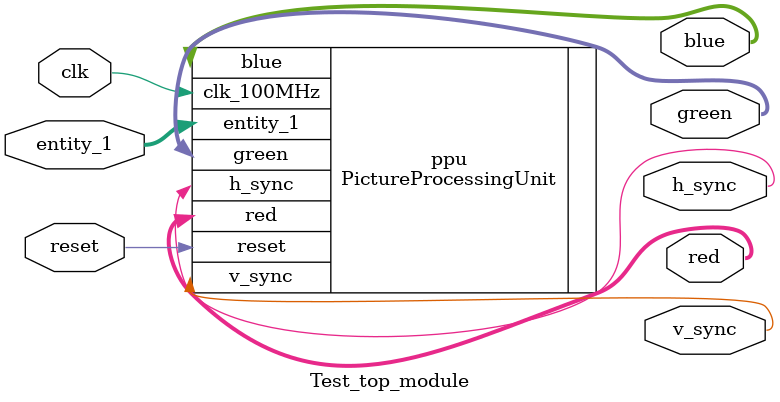
<source format=v>


`include "ppu.v"

module Test_top_module (

    input clk,
    input reset,
    input wire [13:0] entity_1,

    output wire       h_sync,
    output wire       v_sync,
    output wire [3:0] red,
    output wire [3:0] green,
    output wire [3:0] blue


);




    PictureProcessingUnit ppu (

        .clk_100MHz(clk),  
        .reset(reset),   

        //ENTITY SLOTS 
        .entity_1(entity_1),  
            
        // OUTPUT
        .h_sync(h_sync),
        .v_sync(v_sync),
        .red(red),
        .green(green),
        .blue(blue)

    );



endmodule
</source>
